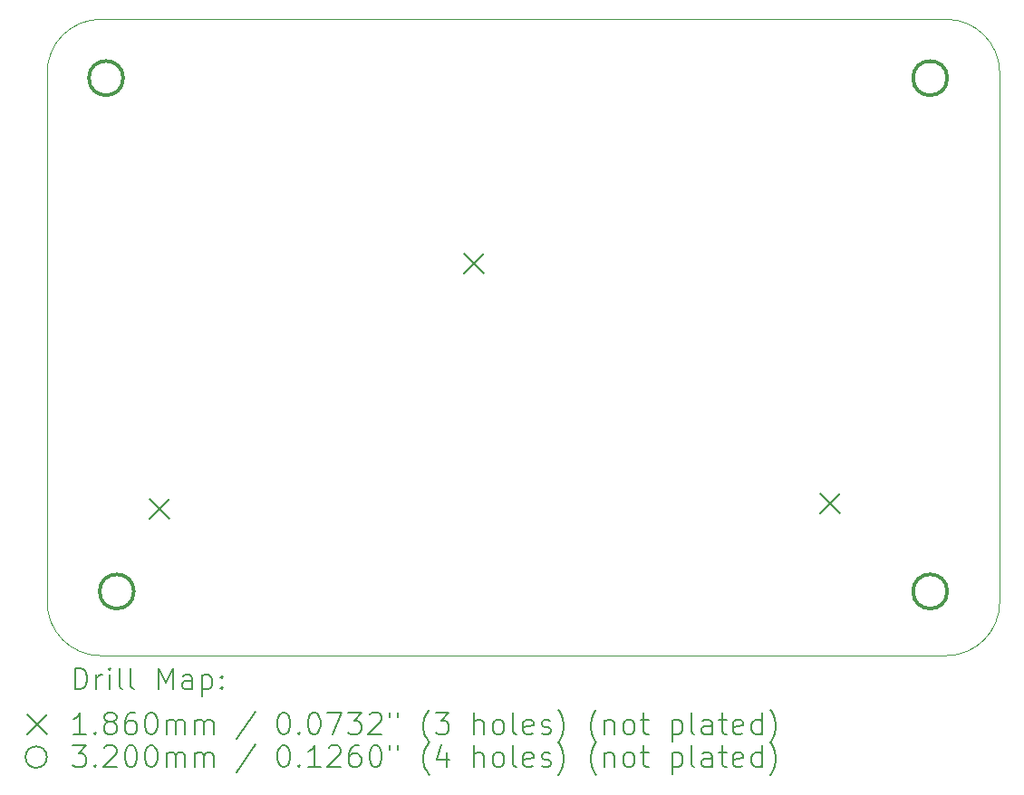
<source format=gbr>
%TF.GenerationSoftware,KiCad,Pcbnew,9.0.0*%
%TF.CreationDate,2025-04-12T14:12:11-05:00*%
%TF.ProjectId,Charging_PCB,43686172-6769-46e6-975f-5043422e6b69,rev?*%
%TF.SameCoordinates,Original*%
%TF.FileFunction,Drillmap*%
%TF.FilePolarity,Positive*%
%FSLAX45Y45*%
G04 Gerber Fmt 4.5, Leading zero omitted, Abs format (unit mm)*
G04 Created by KiCad (PCBNEW 9.0.0) date 2025-04-12 14:12:11*
%MOMM*%
%LPD*%
G01*
G04 APERTURE LIST*
%ADD10C,0.050000*%
%ADD11C,0.200000*%
%ADD12C,0.186000*%
%ADD13C,0.320000*%
G04 APERTURE END LIST*
D10*
X11150000Y-13350000D02*
X19050000Y-13350000D01*
X19050000Y-7400000D02*
G75*
G02*
X19550000Y-7900000I0J-500000D01*
G01*
X10650000Y-7900000D02*
X10650000Y-12850000D01*
X19550000Y-12850000D02*
G75*
G02*
X19050000Y-13350000I-500000J0D01*
G01*
X11150000Y-13350000D02*
G75*
G02*
X10650000Y-12850000I0J500000D01*
G01*
X19050000Y-7400000D02*
X11150000Y-7400000D01*
X10650000Y-7900000D02*
G75*
G02*
X11150000Y-7400000I500000J0D01*
G01*
X19550000Y-12850000D02*
X19550000Y-7900000D01*
D11*
D12*
X11607000Y-11887000D02*
X11793000Y-12073000D01*
X11793000Y-11887000D02*
X11607000Y-12073000D01*
X14543500Y-9590750D02*
X14729500Y-9776750D01*
X14729500Y-9590750D02*
X14543500Y-9776750D01*
X17874750Y-11837000D02*
X18060750Y-12023000D01*
X18060750Y-11837000D02*
X17874750Y-12023000D01*
D13*
X11360000Y-7950000D02*
G75*
G02*
X11040000Y-7950000I-160000J0D01*
G01*
X11040000Y-7950000D02*
G75*
G02*
X11360000Y-7950000I160000J0D01*
G01*
X11460000Y-12750000D02*
G75*
G02*
X11140000Y-12750000I-160000J0D01*
G01*
X11140000Y-12750000D02*
G75*
G02*
X11460000Y-12750000I160000J0D01*
G01*
X19060000Y-7950000D02*
G75*
G02*
X18740000Y-7950000I-160000J0D01*
G01*
X18740000Y-7950000D02*
G75*
G02*
X19060000Y-7950000I160000J0D01*
G01*
X19060000Y-12750000D02*
G75*
G02*
X18740000Y-12750000I-160000J0D01*
G01*
X18740000Y-12750000D02*
G75*
G02*
X19060000Y-12750000I160000J0D01*
G01*
D11*
X10908277Y-13663984D02*
X10908277Y-13463984D01*
X10908277Y-13463984D02*
X10955896Y-13463984D01*
X10955896Y-13463984D02*
X10984467Y-13473508D01*
X10984467Y-13473508D02*
X11003515Y-13492555D01*
X11003515Y-13492555D02*
X11013039Y-13511603D01*
X11013039Y-13511603D02*
X11022563Y-13549698D01*
X11022563Y-13549698D02*
X11022563Y-13578269D01*
X11022563Y-13578269D02*
X11013039Y-13616365D01*
X11013039Y-13616365D02*
X11003515Y-13635412D01*
X11003515Y-13635412D02*
X10984467Y-13654460D01*
X10984467Y-13654460D02*
X10955896Y-13663984D01*
X10955896Y-13663984D02*
X10908277Y-13663984D01*
X11108277Y-13663984D02*
X11108277Y-13530650D01*
X11108277Y-13568746D02*
X11117801Y-13549698D01*
X11117801Y-13549698D02*
X11127324Y-13540174D01*
X11127324Y-13540174D02*
X11146372Y-13530650D01*
X11146372Y-13530650D02*
X11165420Y-13530650D01*
X11232086Y-13663984D02*
X11232086Y-13530650D01*
X11232086Y-13463984D02*
X11222562Y-13473508D01*
X11222562Y-13473508D02*
X11232086Y-13483031D01*
X11232086Y-13483031D02*
X11241610Y-13473508D01*
X11241610Y-13473508D02*
X11232086Y-13463984D01*
X11232086Y-13463984D02*
X11232086Y-13483031D01*
X11355896Y-13663984D02*
X11336848Y-13654460D01*
X11336848Y-13654460D02*
X11327324Y-13635412D01*
X11327324Y-13635412D02*
X11327324Y-13463984D01*
X11460658Y-13663984D02*
X11441610Y-13654460D01*
X11441610Y-13654460D02*
X11432086Y-13635412D01*
X11432086Y-13635412D02*
X11432086Y-13463984D01*
X11689229Y-13663984D02*
X11689229Y-13463984D01*
X11689229Y-13463984D02*
X11755896Y-13606841D01*
X11755896Y-13606841D02*
X11822562Y-13463984D01*
X11822562Y-13463984D02*
X11822562Y-13663984D01*
X12003515Y-13663984D02*
X12003515Y-13559222D01*
X12003515Y-13559222D02*
X11993991Y-13540174D01*
X11993991Y-13540174D02*
X11974943Y-13530650D01*
X11974943Y-13530650D02*
X11936848Y-13530650D01*
X11936848Y-13530650D02*
X11917801Y-13540174D01*
X12003515Y-13654460D02*
X11984467Y-13663984D01*
X11984467Y-13663984D02*
X11936848Y-13663984D01*
X11936848Y-13663984D02*
X11917801Y-13654460D01*
X11917801Y-13654460D02*
X11908277Y-13635412D01*
X11908277Y-13635412D02*
X11908277Y-13616365D01*
X11908277Y-13616365D02*
X11917801Y-13597317D01*
X11917801Y-13597317D02*
X11936848Y-13587793D01*
X11936848Y-13587793D02*
X11984467Y-13587793D01*
X11984467Y-13587793D02*
X12003515Y-13578269D01*
X12098753Y-13530650D02*
X12098753Y-13730650D01*
X12098753Y-13540174D02*
X12117801Y-13530650D01*
X12117801Y-13530650D02*
X12155896Y-13530650D01*
X12155896Y-13530650D02*
X12174943Y-13540174D01*
X12174943Y-13540174D02*
X12184467Y-13549698D01*
X12184467Y-13549698D02*
X12193991Y-13568746D01*
X12193991Y-13568746D02*
X12193991Y-13625888D01*
X12193991Y-13625888D02*
X12184467Y-13644936D01*
X12184467Y-13644936D02*
X12174943Y-13654460D01*
X12174943Y-13654460D02*
X12155896Y-13663984D01*
X12155896Y-13663984D02*
X12117801Y-13663984D01*
X12117801Y-13663984D02*
X12098753Y-13654460D01*
X12279705Y-13644936D02*
X12289229Y-13654460D01*
X12289229Y-13654460D02*
X12279705Y-13663984D01*
X12279705Y-13663984D02*
X12270182Y-13654460D01*
X12270182Y-13654460D02*
X12279705Y-13644936D01*
X12279705Y-13644936D02*
X12279705Y-13663984D01*
X12279705Y-13540174D02*
X12289229Y-13549698D01*
X12289229Y-13549698D02*
X12279705Y-13559222D01*
X12279705Y-13559222D02*
X12270182Y-13549698D01*
X12270182Y-13549698D02*
X12279705Y-13540174D01*
X12279705Y-13540174D02*
X12279705Y-13559222D01*
D12*
X10461500Y-13899500D02*
X10647500Y-14085500D01*
X10647500Y-13899500D02*
X10461500Y-14085500D01*
D11*
X11013039Y-14083984D02*
X10898753Y-14083984D01*
X10955896Y-14083984D02*
X10955896Y-13883984D01*
X10955896Y-13883984D02*
X10936848Y-13912555D01*
X10936848Y-13912555D02*
X10917801Y-13931603D01*
X10917801Y-13931603D02*
X10898753Y-13941127D01*
X11098753Y-14064936D02*
X11108277Y-14074460D01*
X11108277Y-14074460D02*
X11098753Y-14083984D01*
X11098753Y-14083984D02*
X11089229Y-14074460D01*
X11089229Y-14074460D02*
X11098753Y-14064936D01*
X11098753Y-14064936D02*
X11098753Y-14083984D01*
X11222562Y-13969698D02*
X11203515Y-13960174D01*
X11203515Y-13960174D02*
X11193991Y-13950650D01*
X11193991Y-13950650D02*
X11184467Y-13931603D01*
X11184467Y-13931603D02*
X11184467Y-13922079D01*
X11184467Y-13922079D02*
X11193991Y-13903031D01*
X11193991Y-13903031D02*
X11203515Y-13893508D01*
X11203515Y-13893508D02*
X11222562Y-13883984D01*
X11222562Y-13883984D02*
X11260658Y-13883984D01*
X11260658Y-13883984D02*
X11279705Y-13893508D01*
X11279705Y-13893508D02*
X11289229Y-13903031D01*
X11289229Y-13903031D02*
X11298753Y-13922079D01*
X11298753Y-13922079D02*
X11298753Y-13931603D01*
X11298753Y-13931603D02*
X11289229Y-13950650D01*
X11289229Y-13950650D02*
X11279705Y-13960174D01*
X11279705Y-13960174D02*
X11260658Y-13969698D01*
X11260658Y-13969698D02*
X11222562Y-13969698D01*
X11222562Y-13969698D02*
X11203515Y-13979222D01*
X11203515Y-13979222D02*
X11193991Y-13988746D01*
X11193991Y-13988746D02*
X11184467Y-14007793D01*
X11184467Y-14007793D02*
X11184467Y-14045888D01*
X11184467Y-14045888D02*
X11193991Y-14064936D01*
X11193991Y-14064936D02*
X11203515Y-14074460D01*
X11203515Y-14074460D02*
X11222562Y-14083984D01*
X11222562Y-14083984D02*
X11260658Y-14083984D01*
X11260658Y-14083984D02*
X11279705Y-14074460D01*
X11279705Y-14074460D02*
X11289229Y-14064936D01*
X11289229Y-14064936D02*
X11298753Y-14045888D01*
X11298753Y-14045888D02*
X11298753Y-14007793D01*
X11298753Y-14007793D02*
X11289229Y-13988746D01*
X11289229Y-13988746D02*
X11279705Y-13979222D01*
X11279705Y-13979222D02*
X11260658Y-13969698D01*
X11470182Y-13883984D02*
X11432086Y-13883984D01*
X11432086Y-13883984D02*
X11413039Y-13893508D01*
X11413039Y-13893508D02*
X11403515Y-13903031D01*
X11403515Y-13903031D02*
X11384467Y-13931603D01*
X11384467Y-13931603D02*
X11374943Y-13969698D01*
X11374943Y-13969698D02*
X11374943Y-14045888D01*
X11374943Y-14045888D02*
X11384467Y-14064936D01*
X11384467Y-14064936D02*
X11393991Y-14074460D01*
X11393991Y-14074460D02*
X11413039Y-14083984D01*
X11413039Y-14083984D02*
X11451134Y-14083984D01*
X11451134Y-14083984D02*
X11470182Y-14074460D01*
X11470182Y-14074460D02*
X11479705Y-14064936D01*
X11479705Y-14064936D02*
X11489229Y-14045888D01*
X11489229Y-14045888D02*
X11489229Y-13998269D01*
X11489229Y-13998269D02*
X11479705Y-13979222D01*
X11479705Y-13979222D02*
X11470182Y-13969698D01*
X11470182Y-13969698D02*
X11451134Y-13960174D01*
X11451134Y-13960174D02*
X11413039Y-13960174D01*
X11413039Y-13960174D02*
X11393991Y-13969698D01*
X11393991Y-13969698D02*
X11384467Y-13979222D01*
X11384467Y-13979222D02*
X11374943Y-13998269D01*
X11613039Y-13883984D02*
X11632086Y-13883984D01*
X11632086Y-13883984D02*
X11651134Y-13893508D01*
X11651134Y-13893508D02*
X11660658Y-13903031D01*
X11660658Y-13903031D02*
X11670182Y-13922079D01*
X11670182Y-13922079D02*
X11679705Y-13960174D01*
X11679705Y-13960174D02*
X11679705Y-14007793D01*
X11679705Y-14007793D02*
X11670182Y-14045888D01*
X11670182Y-14045888D02*
X11660658Y-14064936D01*
X11660658Y-14064936D02*
X11651134Y-14074460D01*
X11651134Y-14074460D02*
X11632086Y-14083984D01*
X11632086Y-14083984D02*
X11613039Y-14083984D01*
X11613039Y-14083984D02*
X11593991Y-14074460D01*
X11593991Y-14074460D02*
X11584467Y-14064936D01*
X11584467Y-14064936D02*
X11574943Y-14045888D01*
X11574943Y-14045888D02*
X11565420Y-14007793D01*
X11565420Y-14007793D02*
X11565420Y-13960174D01*
X11565420Y-13960174D02*
X11574943Y-13922079D01*
X11574943Y-13922079D02*
X11584467Y-13903031D01*
X11584467Y-13903031D02*
X11593991Y-13893508D01*
X11593991Y-13893508D02*
X11613039Y-13883984D01*
X11765420Y-14083984D02*
X11765420Y-13950650D01*
X11765420Y-13969698D02*
X11774943Y-13960174D01*
X11774943Y-13960174D02*
X11793991Y-13950650D01*
X11793991Y-13950650D02*
X11822563Y-13950650D01*
X11822563Y-13950650D02*
X11841610Y-13960174D01*
X11841610Y-13960174D02*
X11851134Y-13979222D01*
X11851134Y-13979222D02*
X11851134Y-14083984D01*
X11851134Y-13979222D02*
X11860658Y-13960174D01*
X11860658Y-13960174D02*
X11879705Y-13950650D01*
X11879705Y-13950650D02*
X11908277Y-13950650D01*
X11908277Y-13950650D02*
X11927324Y-13960174D01*
X11927324Y-13960174D02*
X11936848Y-13979222D01*
X11936848Y-13979222D02*
X11936848Y-14083984D01*
X12032086Y-14083984D02*
X12032086Y-13950650D01*
X12032086Y-13969698D02*
X12041610Y-13960174D01*
X12041610Y-13960174D02*
X12060658Y-13950650D01*
X12060658Y-13950650D02*
X12089229Y-13950650D01*
X12089229Y-13950650D02*
X12108277Y-13960174D01*
X12108277Y-13960174D02*
X12117801Y-13979222D01*
X12117801Y-13979222D02*
X12117801Y-14083984D01*
X12117801Y-13979222D02*
X12127324Y-13960174D01*
X12127324Y-13960174D02*
X12146372Y-13950650D01*
X12146372Y-13950650D02*
X12174943Y-13950650D01*
X12174943Y-13950650D02*
X12193991Y-13960174D01*
X12193991Y-13960174D02*
X12203515Y-13979222D01*
X12203515Y-13979222D02*
X12203515Y-14083984D01*
X12593991Y-13874460D02*
X12422563Y-14131603D01*
X12851134Y-13883984D02*
X12870182Y-13883984D01*
X12870182Y-13883984D02*
X12889229Y-13893508D01*
X12889229Y-13893508D02*
X12898753Y-13903031D01*
X12898753Y-13903031D02*
X12908277Y-13922079D01*
X12908277Y-13922079D02*
X12917801Y-13960174D01*
X12917801Y-13960174D02*
X12917801Y-14007793D01*
X12917801Y-14007793D02*
X12908277Y-14045888D01*
X12908277Y-14045888D02*
X12898753Y-14064936D01*
X12898753Y-14064936D02*
X12889229Y-14074460D01*
X12889229Y-14074460D02*
X12870182Y-14083984D01*
X12870182Y-14083984D02*
X12851134Y-14083984D01*
X12851134Y-14083984D02*
X12832086Y-14074460D01*
X12832086Y-14074460D02*
X12822563Y-14064936D01*
X12822563Y-14064936D02*
X12813039Y-14045888D01*
X12813039Y-14045888D02*
X12803515Y-14007793D01*
X12803515Y-14007793D02*
X12803515Y-13960174D01*
X12803515Y-13960174D02*
X12813039Y-13922079D01*
X12813039Y-13922079D02*
X12822563Y-13903031D01*
X12822563Y-13903031D02*
X12832086Y-13893508D01*
X12832086Y-13893508D02*
X12851134Y-13883984D01*
X13003515Y-14064936D02*
X13013039Y-14074460D01*
X13013039Y-14074460D02*
X13003515Y-14083984D01*
X13003515Y-14083984D02*
X12993991Y-14074460D01*
X12993991Y-14074460D02*
X13003515Y-14064936D01*
X13003515Y-14064936D02*
X13003515Y-14083984D01*
X13136848Y-13883984D02*
X13155896Y-13883984D01*
X13155896Y-13883984D02*
X13174944Y-13893508D01*
X13174944Y-13893508D02*
X13184467Y-13903031D01*
X13184467Y-13903031D02*
X13193991Y-13922079D01*
X13193991Y-13922079D02*
X13203515Y-13960174D01*
X13203515Y-13960174D02*
X13203515Y-14007793D01*
X13203515Y-14007793D02*
X13193991Y-14045888D01*
X13193991Y-14045888D02*
X13184467Y-14064936D01*
X13184467Y-14064936D02*
X13174944Y-14074460D01*
X13174944Y-14074460D02*
X13155896Y-14083984D01*
X13155896Y-14083984D02*
X13136848Y-14083984D01*
X13136848Y-14083984D02*
X13117801Y-14074460D01*
X13117801Y-14074460D02*
X13108277Y-14064936D01*
X13108277Y-14064936D02*
X13098753Y-14045888D01*
X13098753Y-14045888D02*
X13089229Y-14007793D01*
X13089229Y-14007793D02*
X13089229Y-13960174D01*
X13089229Y-13960174D02*
X13098753Y-13922079D01*
X13098753Y-13922079D02*
X13108277Y-13903031D01*
X13108277Y-13903031D02*
X13117801Y-13893508D01*
X13117801Y-13893508D02*
X13136848Y-13883984D01*
X13270182Y-13883984D02*
X13403515Y-13883984D01*
X13403515Y-13883984D02*
X13317801Y-14083984D01*
X13460658Y-13883984D02*
X13584467Y-13883984D01*
X13584467Y-13883984D02*
X13517801Y-13960174D01*
X13517801Y-13960174D02*
X13546372Y-13960174D01*
X13546372Y-13960174D02*
X13565420Y-13969698D01*
X13565420Y-13969698D02*
X13574944Y-13979222D01*
X13574944Y-13979222D02*
X13584467Y-13998269D01*
X13584467Y-13998269D02*
X13584467Y-14045888D01*
X13584467Y-14045888D02*
X13574944Y-14064936D01*
X13574944Y-14064936D02*
X13565420Y-14074460D01*
X13565420Y-14074460D02*
X13546372Y-14083984D01*
X13546372Y-14083984D02*
X13489229Y-14083984D01*
X13489229Y-14083984D02*
X13470182Y-14074460D01*
X13470182Y-14074460D02*
X13460658Y-14064936D01*
X13660658Y-13903031D02*
X13670182Y-13893508D01*
X13670182Y-13893508D02*
X13689229Y-13883984D01*
X13689229Y-13883984D02*
X13736848Y-13883984D01*
X13736848Y-13883984D02*
X13755896Y-13893508D01*
X13755896Y-13893508D02*
X13765420Y-13903031D01*
X13765420Y-13903031D02*
X13774944Y-13922079D01*
X13774944Y-13922079D02*
X13774944Y-13941127D01*
X13774944Y-13941127D02*
X13765420Y-13969698D01*
X13765420Y-13969698D02*
X13651134Y-14083984D01*
X13651134Y-14083984D02*
X13774944Y-14083984D01*
X13851134Y-13883984D02*
X13851134Y-13922079D01*
X13927325Y-13883984D02*
X13927325Y-13922079D01*
X14222563Y-14160174D02*
X14213039Y-14150650D01*
X14213039Y-14150650D02*
X14193991Y-14122079D01*
X14193991Y-14122079D02*
X14184468Y-14103031D01*
X14184468Y-14103031D02*
X14174944Y-14074460D01*
X14174944Y-14074460D02*
X14165420Y-14026841D01*
X14165420Y-14026841D02*
X14165420Y-13988746D01*
X14165420Y-13988746D02*
X14174944Y-13941127D01*
X14174944Y-13941127D02*
X14184468Y-13912555D01*
X14184468Y-13912555D02*
X14193991Y-13893508D01*
X14193991Y-13893508D02*
X14213039Y-13864936D01*
X14213039Y-13864936D02*
X14222563Y-13855412D01*
X14279706Y-13883984D02*
X14403515Y-13883984D01*
X14403515Y-13883984D02*
X14336848Y-13960174D01*
X14336848Y-13960174D02*
X14365420Y-13960174D01*
X14365420Y-13960174D02*
X14384468Y-13969698D01*
X14384468Y-13969698D02*
X14393991Y-13979222D01*
X14393991Y-13979222D02*
X14403515Y-13998269D01*
X14403515Y-13998269D02*
X14403515Y-14045888D01*
X14403515Y-14045888D02*
X14393991Y-14064936D01*
X14393991Y-14064936D02*
X14384468Y-14074460D01*
X14384468Y-14074460D02*
X14365420Y-14083984D01*
X14365420Y-14083984D02*
X14308277Y-14083984D01*
X14308277Y-14083984D02*
X14289229Y-14074460D01*
X14289229Y-14074460D02*
X14279706Y-14064936D01*
X14641610Y-14083984D02*
X14641610Y-13883984D01*
X14727325Y-14083984D02*
X14727325Y-13979222D01*
X14727325Y-13979222D02*
X14717801Y-13960174D01*
X14717801Y-13960174D02*
X14698753Y-13950650D01*
X14698753Y-13950650D02*
X14670182Y-13950650D01*
X14670182Y-13950650D02*
X14651134Y-13960174D01*
X14651134Y-13960174D02*
X14641610Y-13969698D01*
X14851134Y-14083984D02*
X14832087Y-14074460D01*
X14832087Y-14074460D02*
X14822563Y-14064936D01*
X14822563Y-14064936D02*
X14813039Y-14045888D01*
X14813039Y-14045888D02*
X14813039Y-13988746D01*
X14813039Y-13988746D02*
X14822563Y-13969698D01*
X14822563Y-13969698D02*
X14832087Y-13960174D01*
X14832087Y-13960174D02*
X14851134Y-13950650D01*
X14851134Y-13950650D02*
X14879706Y-13950650D01*
X14879706Y-13950650D02*
X14898753Y-13960174D01*
X14898753Y-13960174D02*
X14908277Y-13969698D01*
X14908277Y-13969698D02*
X14917801Y-13988746D01*
X14917801Y-13988746D02*
X14917801Y-14045888D01*
X14917801Y-14045888D02*
X14908277Y-14064936D01*
X14908277Y-14064936D02*
X14898753Y-14074460D01*
X14898753Y-14074460D02*
X14879706Y-14083984D01*
X14879706Y-14083984D02*
X14851134Y-14083984D01*
X15032087Y-14083984D02*
X15013039Y-14074460D01*
X15013039Y-14074460D02*
X15003515Y-14055412D01*
X15003515Y-14055412D02*
X15003515Y-13883984D01*
X15184468Y-14074460D02*
X15165420Y-14083984D01*
X15165420Y-14083984D02*
X15127325Y-14083984D01*
X15127325Y-14083984D02*
X15108277Y-14074460D01*
X15108277Y-14074460D02*
X15098753Y-14055412D01*
X15098753Y-14055412D02*
X15098753Y-13979222D01*
X15098753Y-13979222D02*
X15108277Y-13960174D01*
X15108277Y-13960174D02*
X15127325Y-13950650D01*
X15127325Y-13950650D02*
X15165420Y-13950650D01*
X15165420Y-13950650D02*
X15184468Y-13960174D01*
X15184468Y-13960174D02*
X15193991Y-13979222D01*
X15193991Y-13979222D02*
X15193991Y-13998269D01*
X15193991Y-13998269D02*
X15098753Y-14017317D01*
X15270182Y-14074460D02*
X15289230Y-14083984D01*
X15289230Y-14083984D02*
X15327325Y-14083984D01*
X15327325Y-14083984D02*
X15346372Y-14074460D01*
X15346372Y-14074460D02*
X15355896Y-14055412D01*
X15355896Y-14055412D02*
X15355896Y-14045888D01*
X15355896Y-14045888D02*
X15346372Y-14026841D01*
X15346372Y-14026841D02*
X15327325Y-14017317D01*
X15327325Y-14017317D02*
X15298753Y-14017317D01*
X15298753Y-14017317D02*
X15279706Y-14007793D01*
X15279706Y-14007793D02*
X15270182Y-13988746D01*
X15270182Y-13988746D02*
X15270182Y-13979222D01*
X15270182Y-13979222D02*
X15279706Y-13960174D01*
X15279706Y-13960174D02*
X15298753Y-13950650D01*
X15298753Y-13950650D02*
X15327325Y-13950650D01*
X15327325Y-13950650D02*
X15346372Y-13960174D01*
X15422563Y-14160174D02*
X15432087Y-14150650D01*
X15432087Y-14150650D02*
X15451134Y-14122079D01*
X15451134Y-14122079D02*
X15460658Y-14103031D01*
X15460658Y-14103031D02*
X15470182Y-14074460D01*
X15470182Y-14074460D02*
X15479706Y-14026841D01*
X15479706Y-14026841D02*
X15479706Y-13988746D01*
X15479706Y-13988746D02*
X15470182Y-13941127D01*
X15470182Y-13941127D02*
X15460658Y-13912555D01*
X15460658Y-13912555D02*
X15451134Y-13893508D01*
X15451134Y-13893508D02*
X15432087Y-13864936D01*
X15432087Y-13864936D02*
X15422563Y-13855412D01*
X15784468Y-14160174D02*
X15774944Y-14150650D01*
X15774944Y-14150650D02*
X15755896Y-14122079D01*
X15755896Y-14122079D02*
X15746372Y-14103031D01*
X15746372Y-14103031D02*
X15736849Y-14074460D01*
X15736849Y-14074460D02*
X15727325Y-14026841D01*
X15727325Y-14026841D02*
X15727325Y-13988746D01*
X15727325Y-13988746D02*
X15736849Y-13941127D01*
X15736849Y-13941127D02*
X15746372Y-13912555D01*
X15746372Y-13912555D02*
X15755896Y-13893508D01*
X15755896Y-13893508D02*
X15774944Y-13864936D01*
X15774944Y-13864936D02*
X15784468Y-13855412D01*
X15860658Y-13950650D02*
X15860658Y-14083984D01*
X15860658Y-13969698D02*
X15870182Y-13960174D01*
X15870182Y-13960174D02*
X15889230Y-13950650D01*
X15889230Y-13950650D02*
X15917801Y-13950650D01*
X15917801Y-13950650D02*
X15936849Y-13960174D01*
X15936849Y-13960174D02*
X15946372Y-13979222D01*
X15946372Y-13979222D02*
X15946372Y-14083984D01*
X16070182Y-14083984D02*
X16051134Y-14074460D01*
X16051134Y-14074460D02*
X16041611Y-14064936D01*
X16041611Y-14064936D02*
X16032087Y-14045888D01*
X16032087Y-14045888D02*
X16032087Y-13988746D01*
X16032087Y-13988746D02*
X16041611Y-13969698D01*
X16041611Y-13969698D02*
X16051134Y-13960174D01*
X16051134Y-13960174D02*
X16070182Y-13950650D01*
X16070182Y-13950650D02*
X16098753Y-13950650D01*
X16098753Y-13950650D02*
X16117801Y-13960174D01*
X16117801Y-13960174D02*
X16127325Y-13969698D01*
X16127325Y-13969698D02*
X16136849Y-13988746D01*
X16136849Y-13988746D02*
X16136849Y-14045888D01*
X16136849Y-14045888D02*
X16127325Y-14064936D01*
X16127325Y-14064936D02*
X16117801Y-14074460D01*
X16117801Y-14074460D02*
X16098753Y-14083984D01*
X16098753Y-14083984D02*
X16070182Y-14083984D01*
X16193992Y-13950650D02*
X16270182Y-13950650D01*
X16222563Y-13883984D02*
X16222563Y-14055412D01*
X16222563Y-14055412D02*
X16232087Y-14074460D01*
X16232087Y-14074460D02*
X16251134Y-14083984D01*
X16251134Y-14083984D02*
X16270182Y-14083984D01*
X16489230Y-13950650D02*
X16489230Y-14150650D01*
X16489230Y-13960174D02*
X16508277Y-13950650D01*
X16508277Y-13950650D02*
X16546373Y-13950650D01*
X16546373Y-13950650D02*
X16565420Y-13960174D01*
X16565420Y-13960174D02*
X16574944Y-13969698D01*
X16574944Y-13969698D02*
X16584468Y-13988746D01*
X16584468Y-13988746D02*
X16584468Y-14045888D01*
X16584468Y-14045888D02*
X16574944Y-14064936D01*
X16574944Y-14064936D02*
X16565420Y-14074460D01*
X16565420Y-14074460D02*
X16546373Y-14083984D01*
X16546373Y-14083984D02*
X16508277Y-14083984D01*
X16508277Y-14083984D02*
X16489230Y-14074460D01*
X16698753Y-14083984D02*
X16679706Y-14074460D01*
X16679706Y-14074460D02*
X16670182Y-14055412D01*
X16670182Y-14055412D02*
X16670182Y-13883984D01*
X16860658Y-14083984D02*
X16860658Y-13979222D01*
X16860658Y-13979222D02*
X16851135Y-13960174D01*
X16851135Y-13960174D02*
X16832087Y-13950650D01*
X16832087Y-13950650D02*
X16793992Y-13950650D01*
X16793992Y-13950650D02*
X16774944Y-13960174D01*
X16860658Y-14074460D02*
X16841611Y-14083984D01*
X16841611Y-14083984D02*
X16793992Y-14083984D01*
X16793992Y-14083984D02*
X16774944Y-14074460D01*
X16774944Y-14074460D02*
X16765420Y-14055412D01*
X16765420Y-14055412D02*
X16765420Y-14036365D01*
X16765420Y-14036365D02*
X16774944Y-14017317D01*
X16774944Y-14017317D02*
X16793992Y-14007793D01*
X16793992Y-14007793D02*
X16841611Y-14007793D01*
X16841611Y-14007793D02*
X16860658Y-13998269D01*
X16927325Y-13950650D02*
X17003515Y-13950650D01*
X16955896Y-13883984D02*
X16955896Y-14055412D01*
X16955896Y-14055412D02*
X16965420Y-14074460D01*
X16965420Y-14074460D02*
X16984468Y-14083984D01*
X16984468Y-14083984D02*
X17003515Y-14083984D01*
X17146373Y-14074460D02*
X17127325Y-14083984D01*
X17127325Y-14083984D02*
X17089230Y-14083984D01*
X17089230Y-14083984D02*
X17070182Y-14074460D01*
X17070182Y-14074460D02*
X17060658Y-14055412D01*
X17060658Y-14055412D02*
X17060658Y-13979222D01*
X17060658Y-13979222D02*
X17070182Y-13960174D01*
X17070182Y-13960174D02*
X17089230Y-13950650D01*
X17089230Y-13950650D02*
X17127325Y-13950650D01*
X17127325Y-13950650D02*
X17146373Y-13960174D01*
X17146373Y-13960174D02*
X17155896Y-13979222D01*
X17155896Y-13979222D02*
X17155896Y-13998269D01*
X17155896Y-13998269D02*
X17060658Y-14017317D01*
X17327325Y-14083984D02*
X17327325Y-13883984D01*
X17327325Y-14074460D02*
X17308277Y-14083984D01*
X17308277Y-14083984D02*
X17270182Y-14083984D01*
X17270182Y-14083984D02*
X17251135Y-14074460D01*
X17251135Y-14074460D02*
X17241611Y-14064936D01*
X17241611Y-14064936D02*
X17232087Y-14045888D01*
X17232087Y-14045888D02*
X17232087Y-13988746D01*
X17232087Y-13988746D02*
X17241611Y-13969698D01*
X17241611Y-13969698D02*
X17251135Y-13960174D01*
X17251135Y-13960174D02*
X17270182Y-13950650D01*
X17270182Y-13950650D02*
X17308277Y-13950650D01*
X17308277Y-13950650D02*
X17327325Y-13960174D01*
X17403516Y-14160174D02*
X17413039Y-14150650D01*
X17413039Y-14150650D02*
X17432087Y-14122079D01*
X17432087Y-14122079D02*
X17441611Y-14103031D01*
X17441611Y-14103031D02*
X17451135Y-14074460D01*
X17451135Y-14074460D02*
X17460658Y-14026841D01*
X17460658Y-14026841D02*
X17460658Y-13988746D01*
X17460658Y-13988746D02*
X17451135Y-13941127D01*
X17451135Y-13941127D02*
X17441611Y-13912555D01*
X17441611Y-13912555D02*
X17432087Y-13893508D01*
X17432087Y-13893508D02*
X17413039Y-13864936D01*
X17413039Y-13864936D02*
X17403516Y-13855412D01*
X10647500Y-14298500D02*
G75*
G02*
X10447500Y-14298500I-100000J0D01*
G01*
X10447500Y-14298500D02*
G75*
G02*
X10647500Y-14298500I100000J0D01*
G01*
X10889229Y-14189984D02*
X11013039Y-14189984D01*
X11013039Y-14189984D02*
X10946372Y-14266174D01*
X10946372Y-14266174D02*
X10974944Y-14266174D01*
X10974944Y-14266174D02*
X10993991Y-14275698D01*
X10993991Y-14275698D02*
X11003515Y-14285222D01*
X11003515Y-14285222D02*
X11013039Y-14304269D01*
X11013039Y-14304269D02*
X11013039Y-14351888D01*
X11013039Y-14351888D02*
X11003515Y-14370936D01*
X11003515Y-14370936D02*
X10993991Y-14380460D01*
X10993991Y-14380460D02*
X10974944Y-14389984D01*
X10974944Y-14389984D02*
X10917801Y-14389984D01*
X10917801Y-14389984D02*
X10898753Y-14380460D01*
X10898753Y-14380460D02*
X10889229Y-14370936D01*
X11098753Y-14370936D02*
X11108277Y-14380460D01*
X11108277Y-14380460D02*
X11098753Y-14389984D01*
X11098753Y-14389984D02*
X11089229Y-14380460D01*
X11089229Y-14380460D02*
X11098753Y-14370936D01*
X11098753Y-14370936D02*
X11098753Y-14389984D01*
X11184467Y-14209031D02*
X11193991Y-14199508D01*
X11193991Y-14199508D02*
X11213039Y-14189984D01*
X11213039Y-14189984D02*
X11260658Y-14189984D01*
X11260658Y-14189984D02*
X11279705Y-14199508D01*
X11279705Y-14199508D02*
X11289229Y-14209031D01*
X11289229Y-14209031D02*
X11298753Y-14228079D01*
X11298753Y-14228079D02*
X11298753Y-14247127D01*
X11298753Y-14247127D02*
X11289229Y-14275698D01*
X11289229Y-14275698D02*
X11174944Y-14389984D01*
X11174944Y-14389984D02*
X11298753Y-14389984D01*
X11422562Y-14189984D02*
X11441610Y-14189984D01*
X11441610Y-14189984D02*
X11460658Y-14199508D01*
X11460658Y-14199508D02*
X11470182Y-14209031D01*
X11470182Y-14209031D02*
X11479705Y-14228079D01*
X11479705Y-14228079D02*
X11489229Y-14266174D01*
X11489229Y-14266174D02*
X11489229Y-14313793D01*
X11489229Y-14313793D02*
X11479705Y-14351888D01*
X11479705Y-14351888D02*
X11470182Y-14370936D01*
X11470182Y-14370936D02*
X11460658Y-14380460D01*
X11460658Y-14380460D02*
X11441610Y-14389984D01*
X11441610Y-14389984D02*
X11422562Y-14389984D01*
X11422562Y-14389984D02*
X11403515Y-14380460D01*
X11403515Y-14380460D02*
X11393991Y-14370936D01*
X11393991Y-14370936D02*
X11384467Y-14351888D01*
X11384467Y-14351888D02*
X11374943Y-14313793D01*
X11374943Y-14313793D02*
X11374943Y-14266174D01*
X11374943Y-14266174D02*
X11384467Y-14228079D01*
X11384467Y-14228079D02*
X11393991Y-14209031D01*
X11393991Y-14209031D02*
X11403515Y-14199508D01*
X11403515Y-14199508D02*
X11422562Y-14189984D01*
X11613039Y-14189984D02*
X11632086Y-14189984D01*
X11632086Y-14189984D02*
X11651134Y-14199508D01*
X11651134Y-14199508D02*
X11660658Y-14209031D01*
X11660658Y-14209031D02*
X11670182Y-14228079D01*
X11670182Y-14228079D02*
X11679705Y-14266174D01*
X11679705Y-14266174D02*
X11679705Y-14313793D01*
X11679705Y-14313793D02*
X11670182Y-14351888D01*
X11670182Y-14351888D02*
X11660658Y-14370936D01*
X11660658Y-14370936D02*
X11651134Y-14380460D01*
X11651134Y-14380460D02*
X11632086Y-14389984D01*
X11632086Y-14389984D02*
X11613039Y-14389984D01*
X11613039Y-14389984D02*
X11593991Y-14380460D01*
X11593991Y-14380460D02*
X11584467Y-14370936D01*
X11584467Y-14370936D02*
X11574943Y-14351888D01*
X11574943Y-14351888D02*
X11565420Y-14313793D01*
X11565420Y-14313793D02*
X11565420Y-14266174D01*
X11565420Y-14266174D02*
X11574943Y-14228079D01*
X11574943Y-14228079D02*
X11584467Y-14209031D01*
X11584467Y-14209031D02*
X11593991Y-14199508D01*
X11593991Y-14199508D02*
X11613039Y-14189984D01*
X11765420Y-14389984D02*
X11765420Y-14256650D01*
X11765420Y-14275698D02*
X11774943Y-14266174D01*
X11774943Y-14266174D02*
X11793991Y-14256650D01*
X11793991Y-14256650D02*
X11822563Y-14256650D01*
X11822563Y-14256650D02*
X11841610Y-14266174D01*
X11841610Y-14266174D02*
X11851134Y-14285222D01*
X11851134Y-14285222D02*
X11851134Y-14389984D01*
X11851134Y-14285222D02*
X11860658Y-14266174D01*
X11860658Y-14266174D02*
X11879705Y-14256650D01*
X11879705Y-14256650D02*
X11908277Y-14256650D01*
X11908277Y-14256650D02*
X11927324Y-14266174D01*
X11927324Y-14266174D02*
X11936848Y-14285222D01*
X11936848Y-14285222D02*
X11936848Y-14389984D01*
X12032086Y-14389984D02*
X12032086Y-14256650D01*
X12032086Y-14275698D02*
X12041610Y-14266174D01*
X12041610Y-14266174D02*
X12060658Y-14256650D01*
X12060658Y-14256650D02*
X12089229Y-14256650D01*
X12089229Y-14256650D02*
X12108277Y-14266174D01*
X12108277Y-14266174D02*
X12117801Y-14285222D01*
X12117801Y-14285222D02*
X12117801Y-14389984D01*
X12117801Y-14285222D02*
X12127324Y-14266174D01*
X12127324Y-14266174D02*
X12146372Y-14256650D01*
X12146372Y-14256650D02*
X12174943Y-14256650D01*
X12174943Y-14256650D02*
X12193991Y-14266174D01*
X12193991Y-14266174D02*
X12203515Y-14285222D01*
X12203515Y-14285222D02*
X12203515Y-14389984D01*
X12593991Y-14180460D02*
X12422563Y-14437603D01*
X12851134Y-14189984D02*
X12870182Y-14189984D01*
X12870182Y-14189984D02*
X12889229Y-14199508D01*
X12889229Y-14199508D02*
X12898753Y-14209031D01*
X12898753Y-14209031D02*
X12908277Y-14228079D01*
X12908277Y-14228079D02*
X12917801Y-14266174D01*
X12917801Y-14266174D02*
X12917801Y-14313793D01*
X12917801Y-14313793D02*
X12908277Y-14351888D01*
X12908277Y-14351888D02*
X12898753Y-14370936D01*
X12898753Y-14370936D02*
X12889229Y-14380460D01*
X12889229Y-14380460D02*
X12870182Y-14389984D01*
X12870182Y-14389984D02*
X12851134Y-14389984D01*
X12851134Y-14389984D02*
X12832086Y-14380460D01*
X12832086Y-14380460D02*
X12822563Y-14370936D01*
X12822563Y-14370936D02*
X12813039Y-14351888D01*
X12813039Y-14351888D02*
X12803515Y-14313793D01*
X12803515Y-14313793D02*
X12803515Y-14266174D01*
X12803515Y-14266174D02*
X12813039Y-14228079D01*
X12813039Y-14228079D02*
X12822563Y-14209031D01*
X12822563Y-14209031D02*
X12832086Y-14199508D01*
X12832086Y-14199508D02*
X12851134Y-14189984D01*
X13003515Y-14370936D02*
X13013039Y-14380460D01*
X13013039Y-14380460D02*
X13003515Y-14389984D01*
X13003515Y-14389984D02*
X12993991Y-14380460D01*
X12993991Y-14380460D02*
X13003515Y-14370936D01*
X13003515Y-14370936D02*
X13003515Y-14389984D01*
X13203515Y-14389984D02*
X13089229Y-14389984D01*
X13146372Y-14389984D02*
X13146372Y-14189984D01*
X13146372Y-14189984D02*
X13127325Y-14218555D01*
X13127325Y-14218555D02*
X13108277Y-14237603D01*
X13108277Y-14237603D02*
X13089229Y-14247127D01*
X13279706Y-14209031D02*
X13289229Y-14199508D01*
X13289229Y-14199508D02*
X13308277Y-14189984D01*
X13308277Y-14189984D02*
X13355896Y-14189984D01*
X13355896Y-14189984D02*
X13374944Y-14199508D01*
X13374944Y-14199508D02*
X13384467Y-14209031D01*
X13384467Y-14209031D02*
X13393991Y-14228079D01*
X13393991Y-14228079D02*
X13393991Y-14247127D01*
X13393991Y-14247127D02*
X13384467Y-14275698D01*
X13384467Y-14275698D02*
X13270182Y-14389984D01*
X13270182Y-14389984D02*
X13393991Y-14389984D01*
X13565420Y-14189984D02*
X13527325Y-14189984D01*
X13527325Y-14189984D02*
X13508277Y-14199508D01*
X13508277Y-14199508D02*
X13498753Y-14209031D01*
X13498753Y-14209031D02*
X13479706Y-14237603D01*
X13479706Y-14237603D02*
X13470182Y-14275698D01*
X13470182Y-14275698D02*
X13470182Y-14351888D01*
X13470182Y-14351888D02*
X13479706Y-14370936D01*
X13479706Y-14370936D02*
X13489229Y-14380460D01*
X13489229Y-14380460D02*
X13508277Y-14389984D01*
X13508277Y-14389984D02*
X13546372Y-14389984D01*
X13546372Y-14389984D02*
X13565420Y-14380460D01*
X13565420Y-14380460D02*
X13574944Y-14370936D01*
X13574944Y-14370936D02*
X13584467Y-14351888D01*
X13584467Y-14351888D02*
X13584467Y-14304269D01*
X13584467Y-14304269D02*
X13574944Y-14285222D01*
X13574944Y-14285222D02*
X13565420Y-14275698D01*
X13565420Y-14275698D02*
X13546372Y-14266174D01*
X13546372Y-14266174D02*
X13508277Y-14266174D01*
X13508277Y-14266174D02*
X13489229Y-14275698D01*
X13489229Y-14275698D02*
X13479706Y-14285222D01*
X13479706Y-14285222D02*
X13470182Y-14304269D01*
X13708277Y-14189984D02*
X13727325Y-14189984D01*
X13727325Y-14189984D02*
X13746372Y-14199508D01*
X13746372Y-14199508D02*
X13755896Y-14209031D01*
X13755896Y-14209031D02*
X13765420Y-14228079D01*
X13765420Y-14228079D02*
X13774944Y-14266174D01*
X13774944Y-14266174D02*
X13774944Y-14313793D01*
X13774944Y-14313793D02*
X13765420Y-14351888D01*
X13765420Y-14351888D02*
X13755896Y-14370936D01*
X13755896Y-14370936D02*
X13746372Y-14380460D01*
X13746372Y-14380460D02*
X13727325Y-14389984D01*
X13727325Y-14389984D02*
X13708277Y-14389984D01*
X13708277Y-14389984D02*
X13689229Y-14380460D01*
X13689229Y-14380460D02*
X13679706Y-14370936D01*
X13679706Y-14370936D02*
X13670182Y-14351888D01*
X13670182Y-14351888D02*
X13660658Y-14313793D01*
X13660658Y-14313793D02*
X13660658Y-14266174D01*
X13660658Y-14266174D02*
X13670182Y-14228079D01*
X13670182Y-14228079D02*
X13679706Y-14209031D01*
X13679706Y-14209031D02*
X13689229Y-14199508D01*
X13689229Y-14199508D02*
X13708277Y-14189984D01*
X13851134Y-14189984D02*
X13851134Y-14228079D01*
X13927325Y-14189984D02*
X13927325Y-14228079D01*
X14222563Y-14466174D02*
X14213039Y-14456650D01*
X14213039Y-14456650D02*
X14193991Y-14428079D01*
X14193991Y-14428079D02*
X14184468Y-14409031D01*
X14184468Y-14409031D02*
X14174944Y-14380460D01*
X14174944Y-14380460D02*
X14165420Y-14332841D01*
X14165420Y-14332841D02*
X14165420Y-14294746D01*
X14165420Y-14294746D02*
X14174944Y-14247127D01*
X14174944Y-14247127D02*
X14184468Y-14218555D01*
X14184468Y-14218555D02*
X14193991Y-14199508D01*
X14193991Y-14199508D02*
X14213039Y-14170936D01*
X14213039Y-14170936D02*
X14222563Y-14161412D01*
X14384468Y-14256650D02*
X14384468Y-14389984D01*
X14336848Y-14180460D02*
X14289229Y-14323317D01*
X14289229Y-14323317D02*
X14413039Y-14323317D01*
X14641610Y-14389984D02*
X14641610Y-14189984D01*
X14727325Y-14389984D02*
X14727325Y-14285222D01*
X14727325Y-14285222D02*
X14717801Y-14266174D01*
X14717801Y-14266174D02*
X14698753Y-14256650D01*
X14698753Y-14256650D02*
X14670182Y-14256650D01*
X14670182Y-14256650D02*
X14651134Y-14266174D01*
X14651134Y-14266174D02*
X14641610Y-14275698D01*
X14851134Y-14389984D02*
X14832087Y-14380460D01*
X14832087Y-14380460D02*
X14822563Y-14370936D01*
X14822563Y-14370936D02*
X14813039Y-14351888D01*
X14813039Y-14351888D02*
X14813039Y-14294746D01*
X14813039Y-14294746D02*
X14822563Y-14275698D01*
X14822563Y-14275698D02*
X14832087Y-14266174D01*
X14832087Y-14266174D02*
X14851134Y-14256650D01*
X14851134Y-14256650D02*
X14879706Y-14256650D01*
X14879706Y-14256650D02*
X14898753Y-14266174D01*
X14898753Y-14266174D02*
X14908277Y-14275698D01*
X14908277Y-14275698D02*
X14917801Y-14294746D01*
X14917801Y-14294746D02*
X14917801Y-14351888D01*
X14917801Y-14351888D02*
X14908277Y-14370936D01*
X14908277Y-14370936D02*
X14898753Y-14380460D01*
X14898753Y-14380460D02*
X14879706Y-14389984D01*
X14879706Y-14389984D02*
X14851134Y-14389984D01*
X15032087Y-14389984D02*
X15013039Y-14380460D01*
X15013039Y-14380460D02*
X15003515Y-14361412D01*
X15003515Y-14361412D02*
X15003515Y-14189984D01*
X15184468Y-14380460D02*
X15165420Y-14389984D01*
X15165420Y-14389984D02*
X15127325Y-14389984D01*
X15127325Y-14389984D02*
X15108277Y-14380460D01*
X15108277Y-14380460D02*
X15098753Y-14361412D01*
X15098753Y-14361412D02*
X15098753Y-14285222D01*
X15098753Y-14285222D02*
X15108277Y-14266174D01*
X15108277Y-14266174D02*
X15127325Y-14256650D01*
X15127325Y-14256650D02*
X15165420Y-14256650D01*
X15165420Y-14256650D02*
X15184468Y-14266174D01*
X15184468Y-14266174D02*
X15193991Y-14285222D01*
X15193991Y-14285222D02*
X15193991Y-14304269D01*
X15193991Y-14304269D02*
X15098753Y-14323317D01*
X15270182Y-14380460D02*
X15289230Y-14389984D01*
X15289230Y-14389984D02*
X15327325Y-14389984D01*
X15327325Y-14389984D02*
X15346372Y-14380460D01*
X15346372Y-14380460D02*
X15355896Y-14361412D01*
X15355896Y-14361412D02*
X15355896Y-14351888D01*
X15355896Y-14351888D02*
X15346372Y-14332841D01*
X15346372Y-14332841D02*
X15327325Y-14323317D01*
X15327325Y-14323317D02*
X15298753Y-14323317D01*
X15298753Y-14323317D02*
X15279706Y-14313793D01*
X15279706Y-14313793D02*
X15270182Y-14294746D01*
X15270182Y-14294746D02*
X15270182Y-14285222D01*
X15270182Y-14285222D02*
X15279706Y-14266174D01*
X15279706Y-14266174D02*
X15298753Y-14256650D01*
X15298753Y-14256650D02*
X15327325Y-14256650D01*
X15327325Y-14256650D02*
X15346372Y-14266174D01*
X15422563Y-14466174D02*
X15432087Y-14456650D01*
X15432087Y-14456650D02*
X15451134Y-14428079D01*
X15451134Y-14428079D02*
X15460658Y-14409031D01*
X15460658Y-14409031D02*
X15470182Y-14380460D01*
X15470182Y-14380460D02*
X15479706Y-14332841D01*
X15479706Y-14332841D02*
X15479706Y-14294746D01*
X15479706Y-14294746D02*
X15470182Y-14247127D01*
X15470182Y-14247127D02*
X15460658Y-14218555D01*
X15460658Y-14218555D02*
X15451134Y-14199508D01*
X15451134Y-14199508D02*
X15432087Y-14170936D01*
X15432087Y-14170936D02*
X15422563Y-14161412D01*
X15784468Y-14466174D02*
X15774944Y-14456650D01*
X15774944Y-14456650D02*
X15755896Y-14428079D01*
X15755896Y-14428079D02*
X15746372Y-14409031D01*
X15746372Y-14409031D02*
X15736849Y-14380460D01*
X15736849Y-14380460D02*
X15727325Y-14332841D01*
X15727325Y-14332841D02*
X15727325Y-14294746D01*
X15727325Y-14294746D02*
X15736849Y-14247127D01*
X15736849Y-14247127D02*
X15746372Y-14218555D01*
X15746372Y-14218555D02*
X15755896Y-14199508D01*
X15755896Y-14199508D02*
X15774944Y-14170936D01*
X15774944Y-14170936D02*
X15784468Y-14161412D01*
X15860658Y-14256650D02*
X15860658Y-14389984D01*
X15860658Y-14275698D02*
X15870182Y-14266174D01*
X15870182Y-14266174D02*
X15889230Y-14256650D01*
X15889230Y-14256650D02*
X15917801Y-14256650D01*
X15917801Y-14256650D02*
X15936849Y-14266174D01*
X15936849Y-14266174D02*
X15946372Y-14285222D01*
X15946372Y-14285222D02*
X15946372Y-14389984D01*
X16070182Y-14389984D02*
X16051134Y-14380460D01*
X16051134Y-14380460D02*
X16041611Y-14370936D01*
X16041611Y-14370936D02*
X16032087Y-14351888D01*
X16032087Y-14351888D02*
X16032087Y-14294746D01*
X16032087Y-14294746D02*
X16041611Y-14275698D01*
X16041611Y-14275698D02*
X16051134Y-14266174D01*
X16051134Y-14266174D02*
X16070182Y-14256650D01*
X16070182Y-14256650D02*
X16098753Y-14256650D01*
X16098753Y-14256650D02*
X16117801Y-14266174D01*
X16117801Y-14266174D02*
X16127325Y-14275698D01*
X16127325Y-14275698D02*
X16136849Y-14294746D01*
X16136849Y-14294746D02*
X16136849Y-14351888D01*
X16136849Y-14351888D02*
X16127325Y-14370936D01*
X16127325Y-14370936D02*
X16117801Y-14380460D01*
X16117801Y-14380460D02*
X16098753Y-14389984D01*
X16098753Y-14389984D02*
X16070182Y-14389984D01*
X16193992Y-14256650D02*
X16270182Y-14256650D01*
X16222563Y-14189984D02*
X16222563Y-14361412D01*
X16222563Y-14361412D02*
X16232087Y-14380460D01*
X16232087Y-14380460D02*
X16251134Y-14389984D01*
X16251134Y-14389984D02*
X16270182Y-14389984D01*
X16489230Y-14256650D02*
X16489230Y-14456650D01*
X16489230Y-14266174D02*
X16508277Y-14256650D01*
X16508277Y-14256650D02*
X16546373Y-14256650D01*
X16546373Y-14256650D02*
X16565420Y-14266174D01*
X16565420Y-14266174D02*
X16574944Y-14275698D01*
X16574944Y-14275698D02*
X16584468Y-14294746D01*
X16584468Y-14294746D02*
X16584468Y-14351888D01*
X16584468Y-14351888D02*
X16574944Y-14370936D01*
X16574944Y-14370936D02*
X16565420Y-14380460D01*
X16565420Y-14380460D02*
X16546373Y-14389984D01*
X16546373Y-14389984D02*
X16508277Y-14389984D01*
X16508277Y-14389984D02*
X16489230Y-14380460D01*
X16698753Y-14389984D02*
X16679706Y-14380460D01*
X16679706Y-14380460D02*
X16670182Y-14361412D01*
X16670182Y-14361412D02*
X16670182Y-14189984D01*
X16860658Y-14389984D02*
X16860658Y-14285222D01*
X16860658Y-14285222D02*
X16851135Y-14266174D01*
X16851135Y-14266174D02*
X16832087Y-14256650D01*
X16832087Y-14256650D02*
X16793992Y-14256650D01*
X16793992Y-14256650D02*
X16774944Y-14266174D01*
X16860658Y-14380460D02*
X16841611Y-14389984D01*
X16841611Y-14389984D02*
X16793992Y-14389984D01*
X16793992Y-14389984D02*
X16774944Y-14380460D01*
X16774944Y-14380460D02*
X16765420Y-14361412D01*
X16765420Y-14361412D02*
X16765420Y-14342365D01*
X16765420Y-14342365D02*
X16774944Y-14323317D01*
X16774944Y-14323317D02*
X16793992Y-14313793D01*
X16793992Y-14313793D02*
X16841611Y-14313793D01*
X16841611Y-14313793D02*
X16860658Y-14304269D01*
X16927325Y-14256650D02*
X17003515Y-14256650D01*
X16955896Y-14189984D02*
X16955896Y-14361412D01*
X16955896Y-14361412D02*
X16965420Y-14380460D01*
X16965420Y-14380460D02*
X16984468Y-14389984D01*
X16984468Y-14389984D02*
X17003515Y-14389984D01*
X17146373Y-14380460D02*
X17127325Y-14389984D01*
X17127325Y-14389984D02*
X17089230Y-14389984D01*
X17089230Y-14389984D02*
X17070182Y-14380460D01*
X17070182Y-14380460D02*
X17060658Y-14361412D01*
X17060658Y-14361412D02*
X17060658Y-14285222D01*
X17060658Y-14285222D02*
X17070182Y-14266174D01*
X17070182Y-14266174D02*
X17089230Y-14256650D01*
X17089230Y-14256650D02*
X17127325Y-14256650D01*
X17127325Y-14256650D02*
X17146373Y-14266174D01*
X17146373Y-14266174D02*
X17155896Y-14285222D01*
X17155896Y-14285222D02*
X17155896Y-14304269D01*
X17155896Y-14304269D02*
X17060658Y-14323317D01*
X17327325Y-14389984D02*
X17327325Y-14189984D01*
X17327325Y-14380460D02*
X17308277Y-14389984D01*
X17308277Y-14389984D02*
X17270182Y-14389984D01*
X17270182Y-14389984D02*
X17251135Y-14380460D01*
X17251135Y-14380460D02*
X17241611Y-14370936D01*
X17241611Y-14370936D02*
X17232087Y-14351888D01*
X17232087Y-14351888D02*
X17232087Y-14294746D01*
X17232087Y-14294746D02*
X17241611Y-14275698D01*
X17241611Y-14275698D02*
X17251135Y-14266174D01*
X17251135Y-14266174D02*
X17270182Y-14256650D01*
X17270182Y-14256650D02*
X17308277Y-14256650D01*
X17308277Y-14256650D02*
X17327325Y-14266174D01*
X17403516Y-14466174D02*
X17413039Y-14456650D01*
X17413039Y-14456650D02*
X17432087Y-14428079D01*
X17432087Y-14428079D02*
X17441611Y-14409031D01*
X17441611Y-14409031D02*
X17451135Y-14380460D01*
X17451135Y-14380460D02*
X17460658Y-14332841D01*
X17460658Y-14332841D02*
X17460658Y-14294746D01*
X17460658Y-14294746D02*
X17451135Y-14247127D01*
X17451135Y-14247127D02*
X17441611Y-14218555D01*
X17441611Y-14218555D02*
X17432087Y-14199508D01*
X17432087Y-14199508D02*
X17413039Y-14170936D01*
X17413039Y-14170936D02*
X17403516Y-14161412D01*
M02*

</source>
